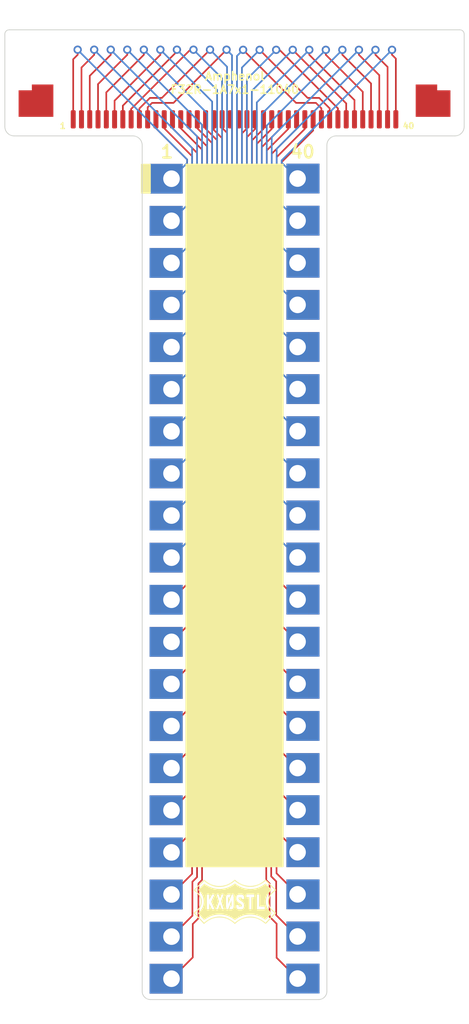
<source format=kicad_pcb>
(kicad_pcb (version 20241229) (generator "pcbnew") (generator_version "9.0")
  (layers (0 "F.Cu" signal) (2 "B.Cu" signal) (13 "F.Paste" user) (15 "B.Paste" user) (5 "F.SilkS" user "F.Silkscreen") (7 "B.SilkS" user "B.Silkscreen") (1 "F.Mask" user) (3 "B.Mask" user) (25 "Edge.Cuts" user))
  (net 0 "")
  (net 1 "Net-(J101-Pin_9)")
  (net 2 "Net-(J101-Pin_12)")
  (net 3 "Net-(J101-Pin_1)")
  (net 4 "Net-(J101-Pin_10)")
  (net 5 "Net-(J101-Pin_27)")
  (net 6 "Net-(J101-Pin_33)")
  (net 7 "Net-(J101-Pin_19)")
  (net 8 "Net-(J101-Pin_34)")
  (net 9 "Net-(J101-Pin_39)")
  (net 10 "Net-(J101-Pin_18)")
  (net 11 "Net-(J101-Pin_3)")
  (net 12 "Net-(J101-Pin_13)")
  (net 13 "Net-(J101-Pin_5)")
  (net 14 "Net-(J101-Pin_15)")
  (net 15 "Net-(J101-Pin_11)")
  (net 16 "Net-(J101-Pin_36)")
  (net 17 "Net-(J101-Pin_23)")
  (net 18 "Net-(J101-Pin_16)")
  (net 19 "Net-(J101-Pin_4)")
  (net 20 "Net-(J101-Pin_20)")
  (net 21 "Net-(J101-Pin_26)")
  (net 22 "Net-(J101-Pin_25)")
  (net 23 "Net-(J101-Pin_21)")
  (net 24 "Net-(J101-Pin_8)")
  (net 25 "Net-(J101-Pin_14)")
  (net 26 "Net-(J101-Pin_35)")
  (net 27 "Net-(J101-Pin_32)")
  (net 28 "Net-(J101-Pin_40)")
  (net 29 "Net-(J101-Pin_7)")
  (net 30 "Net-(J101-Pin_28)")
  (net 31 "Net-(J101-Pin_30)")
  (net 32 "Net-(J101-Pin_17)")
  (net 33 "Net-(J101-Pin_29)")
  (net 34 "Net-(J101-Pin_24)")
  (net 35 "Net-(J101-Pin_31)")
  (net 36 "Net-(J101-Pin_38)")
  (net 37 "Net-(J101-Pin_37)")
  (net 38 "Net-(J101-Pin_6)")
  (net 39 "Net-(J101-Pin_22)")
  (net 40 "Net-(J101-Pin_2)")
  (footprint "MountingHole:MountingHole_2.2mm_M2_DIN965" (layer "F.Cu") (at 122.682172 144.6)
    (property "Reference" "REF**" (hide yes))
    (property "Value" "MountingHole_2.2mm_M2_DIN965")
    (pad "" np_thru_hole circle (at 0 0) (size 2.2 2.2) (drill 2.2) (layers "*.Cu" "*.Mask"))
  )
  (footprint "Connector_PinHeader_2.54mm:PinHeader_1x20_P2.54mm_Vertical" (layer "F.Cu") (at 126.492343 145.53284 180)
    (property "Reference" "J102" (hide yes))
    (property "Value" "Conn_01x20" (hide yes))
    (pad "1" smd rect (at -1 0 180) (size 0.65 1.8) (layers "*.Mask" "F.Cu") (net 20 "Net-(J101-Pin_20)"))
    (pad "1" smd rect (at -1 0 180) (size 0.65 1.8) (layers "*.Mask" "B.Cu") (net 20 "Net-(J101-Pin_20)"))
    (pad "1" thru_hole rect (at 0 0 180) (size 1.35 1.8) (drill 1) (layers "*.Cu" "*.Mask") (net 20 "Net-(J101-Pin_20)"))
    (pad "2" smd rect (at -1 2.54 180) (size 0.65 1.8) (layers "*.Mask" "F.Cu") (net 7 "Net-(J101-Pin_19)"))
    (pad "2" smd rect (at -1 2.54 180) (size 0.65 1.8) (layers "*.Mask" "B.Cu") (net 7 "Net-(J101-Pin_19)"))
    (pad "2" thru_hole rect (at 0 2.54 180) (size 1.35 1.8) (drill 1) (layers "*.Cu" "*.Mask") (net 7 "Net-(J101-Pin_19)"))
    (pad "3" smd rect (at -1 5.079999 180) (size 0.65 1.8) (layers "*.Mask" "F.Cu") (net 10 "Net-(J101-Pin_18)"))
    (pad "3" smd rect (at -1 5.079999 180) (size 0.65 1.8) (layers "*.Mask" "B.Cu") (net 10 "Net-(J101-Pin_18)"))
    (pad "3" thru_hole rect (at 0 5.079999 180) (size 1.35 1.8) (drill 1) (layers "*.Cu" "*.Mask") (net 10 "Net-(J101-Pin_18)"))
    (pad "4" smd rect (at -1 7.62 180) (size 0.65 1.8) (layers "*.Mask" "F.Cu") (net 32 "Net-(J101-Pin_17)"))
    (pad "4" smd rect (at -1 7.62 180) (size 0.65 1.8) (layers "*.Mask" "B.Cu") (net 32 "Net-(J101-Pin_17)"))
    (pad "4" thru_hole rect (at 0 7.62 180) (size 1.35 1.8) (drill 1) (layers "*.Cu" "*.Mask") (net 32 "Net-(J101-Pin_17)"))
    (pad "5" smd rect (at -1 10.16 180) (size 0.65 1.8) (layers "*.Mask" "F.Cu") (net 18 "Net-(J101-Pin_16)"))
    (pad "5" smd rect (at -1 10.16 180) (size 0.65 1.8) (layers "*.Mask" "B.Cu") (net 18 "Net-(J101-Pin_16)"))
    (pad "5" thru_hole rect (at 0 10.16 180) (size 1.35 1.8) (drill 1) (layers "*.Cu" "*.Mask") (net 18 "Net-(J101-Pin_16)"))
    (pad "6" smd rect (at -1 12.7 180) (size 0.65 1.8) (layers "*.Mask" "F.Cu") (net 14 "Net-(J101-Pin_15)"))
    (pad "6" smd rect (at -1 12.7 180) (size 0.65 1.8) (layers "*.Mask" "B.Cu") (net 14 "Net-(J101-Pin_15)"))
    (pad "6" thru_hole rect (at 0 12.7 180) (size 1.35 1.8) (drill 1) (layers "*.Cu" "*.Mask") (net 14 "Net-(J101-Pin_15)"))
    (pad "7" smd rect (at -1 15.24 180) (size 0.65 1.8) (layers "*.Mask" "F.Cu") (net 25 "Net-(J101-Pin_14)"))
    (pad "7" smd rect (at -1 15.24 180) (size 0.65 1.8) (layers "*.Mask" "B.Cu") (net 25 "Net-(J101-Pin_14)"))
    (pad "7" thru_hole rect (at 0 15.24 180) (size 1.35 1.8) (drill 1) (layers "*.Cu" "*.Mask") (net 25 "Net-(J101-Pin_14)"))
    (pad "8" smd rect (at -1 17.780001 180) (size 0.65 1.8) (layers "*.Mask" "F.Cu") (net 12 "Net-(J101-Pin_13)"))
    (pad "8" smd rect (at -1 17.780001 180) (size 0.65 1.8) (layers "*.Mask" "B.Cu") (net 12 "Net-(J101-Pin_13)"))
    (pad "8" thru_hole rect (at 0 17.780001 180) (size 1.35 1.8) (drill 1) (layers "*.Cu" "*.Mask") (net 12 "Net-(J101-Pin_13)"))
    (pad "9" smd rect (at -1 20.32 180) (size 0.65 1.8) (layers "*.Mask" "F.Cu") (net 2 "Net-(J101-Pin_12)"))
    (pad "9" smd rect (at -1 20.32 180) (size 0.65 1.8) (layers "*.Mask" "B.Cu") (net 2 "Net-(J101-Pin_12)"))
    (pad "9" thru_hole rect (at 0 20.32 180) (size 1.35 1.8) (drill 1) (layers "*.Cu" "*.Mask") (net 2 "Net-(J101-Pin_12)"))
    (pad "10" smd rect (at -1 22.86 180) (size 0.65 1.8) (layers "*.Mask" "F.Cu") (net 15 "Net-(J101-Pin_11)"))
    (pad "10" smd rect (at -1 22.86 180) (size 0.65 1.8) (layers "*.Mask" "B.Cu") (net 15 "Net-(J101-Pin_11)"))
    (pad "10" thru_hole rect (at 0 22.86 180) (size 1.35 1.8) (drill 1) (layers "*.Cu" "*.Mask") (net 15 "Net-(J101-Pin_11)"))
    (pad "11" smd rect (at -1 25.4 180) (size 0.65 1.8) (layers "*.Mask" "F.Cu") (net 4 "Net-(J101-Pin_10)"))
    (pad "11" smd rect (at -1 25.4 180) (size 0.65 1.8) (layers "*.Mask" "B.Cu") (net 4 "Net-(J101-Pin_10)"))
    (pad "11" thru_hole rect (at 0 25.4 180) (size 1.35 1.8) (drill 1) (layers "*.Cu" "*.Mask") (net 4 "Net-(J101-Pin_10)"))
    (pad "12" smd rect (at -1 27.939999 180) (size 0.65 1.8) (layers "*.Mask" "F.Cu") (net 1 "Net-(J101-Pin_9)"))
    (pad "12" smd rect (at -1 27.939999 180) (size 0.65 1.8) (layers "*.Mask" "B.Cu") (net 1 "Net-(J101-Pin_9)"))
    (pad "12" thru_hole rect (at 0 27.939999 180) (size 1.35 1.8) (drill 1) (layers "*.Cu" "*.Mask") (net 1 "Net-(J101-Pin_9)"))
    (pad "13" smd rect (at -1 30.48 180) (size 0.65 1.8) (layers "*.Mask" "F.Cu") (net 24 "Net-(J101-Pin_8)"))
    (pad "13" smd rect (at -1 30.48 180) (size 0.65 1.8) (layers "*.Mask" "B.Cu") (net 24 "Net-(J101-Pin_8)"))
    (pad "13" thru_hole rect (at 0 30.48 180) (size 1.35 1.8) (drill 1) (layers "*.Cu" "*.Mask") (net 24 "Net-(J101-Pin_8)"))
    (pad "14" smd rect (at -1 33.02 180) (size 0.65 1.8) (layers "*.Mask" "F.Cu") (net 29 "Net-(J101-Pin_7)"))
    (pad "14" smd rect (at -1 33.02 180) (size 0.65 1.8) (layers "*.Mask" "B.Cu") (net 29 "Net-(J101-Pin_7)"))
    (pad "14" thru_hole rect (at 0 33.02 180) (size 1.35 1.8) (drill 1) (layers "*.Cu" "*.Mask") (net 29 "Net-(J101-Pin_7)"))
    (pad "15" smd rect (at -1 35.56 180) (size 0.65 1.8) (layers "*.Mask" "F.Cu") (net 38 "Net-(J101-Pin_6)"))
    (pad "15" smd rect (at -1 35.56 180) (size 0.65 1.8) (layers "*.Mask" "B.Cu") (net 38 "Net-(J101-Pin_6)"))
    (pad "15" thru_hole rect (at 0 35.56 180) (size 1.35 1.8) (drill 1) (layers "*.Cu" "*.Mask") (net 38 "Net-(J101-Pin_6)"))
    (pad "16" smd rect (at -1 38.099999 180) (size 0.65 1.8) (layers "*.Mask" "F.Cu") (net 13 "Net-(J101-Pin_5)"))
    (pad "16" smd rect (at -1 38.099999 180) (size 0.65 1.8) (layers "*.Mask" "B.Cu") (net 13 "Net-(J101-Pin_5)"))
    (pad "16" thru_hole rect (at 0 38.099999 180) (size 1.35 1.8) (drill 1) (layers "*.Cu" "*.Mask") (net 13 "Net-(J101-Pin_5)"))
    (pad "17" smd rect (at -1 40.640001 180) (size 0.65 1.8) (layers "*.Mask" "F.Cu") (net 19 "Net-(J101-Pin_4)"))
    (pad "17" smd rect (at -1 40.640001 180) (size 0.65 1.8) (layers "*.Mask" "B.Cu") (net 19 "Net-(J101-Pin_4)"))
    (pad "17" thru_hole rect (at 0 40.640001 180) (size 1.35 1.8) (drill 1) (layers "*.Cu" "*.Mask") (net 19 "Net-(J101-Pin_4)"))
    (pad "18" smd rect (at -1 43.18 180) (size 0.65 1.8) (layers "*.Mask" "F.Cu") (net 11 "Net-(J101-Pin_3)"))
    (pad "18" smd rect (at -1 43.18 180) (size 0.65 1.8) (layers "*.Mask" "B.Cu") (net 11 "Net-(J101-Pin_3)"))
    (pad "18" thru_hole rect (at 0 43.18 180) (size 1.35 1.8) (drill 1) (layers "*.Cu" "*.Mask") (net 11 "Net-(J101-Pin_3)"))
    (pad "19" smd rect (at -1 45.72 180) (size 0.65 1.8) (layers "*.Mask" "F.Cu") (net 40 "Net-(J101-Pin_2)"))
    (pad "19" smd rect (at -1 45.72 180) (size 0.65 1.8) (layers "*.Mask" "B.Cu") (net 40 "Net-(J101-Pin_2)"))
    (pad "19" thru_hole rect (at 0 45.72 180) (size 1.35 1.8) (drill 1) (layers "*.Cu" "*.Mask") (net 40 "Net-(J101-Pin_2)"))
    (pad "20" smd rect (at -1 48.26 180) (size 0.65 1.8) (layers "*.Mask" "F.Cu") (net 3 "Net-(J101-Pin_1)"))
    (pad "20" smd rect (at -1 48.26 180) (size 0.65 1.8) (layers "*.Mask" "B.Cu") (net 3 "Net-(J101-Pin_1)"))
    (pad "20" thru_hole rect (at 0 48.26 180) (size 1.35 1.8) (drill 1) (layers "*.Cu" "*.Mask") (net 3 "Net-(J101-Pin_1)"))
  )
  (footprint "Connector_FFC-FPC:Amphenol_F32R-1A7x1-11040_1x40-1MP_P0.5mm_Horizontal" (layer "F.Cu") (at 122.682 90.8 180)
    (property "Reference" "J101" (hide yes))
    (property "Value" "Conn_01x40")
    (pad "1" smd roundrect (at -9.75 -2.9 180) (size 0.3 1.1) (layers "F.Cu" "F.Mask" "F.Paste") (net 3 "Net-(J101-Pin_1)"))
    (pad "2" smd roundrect (at -9.25 -2.9 180) (size 0.3 1.1) (layers "F.Cu" "F.Mask" "F.Paste") (net 40 "Net-(J101-Pin_2)"))
    (pad "3" smd roundrect (at -8.75 -2.9 180) (size 0.3 1.1) (layers "F.Cu" "F.Mask" "F.Paste") (net 11 "Net-(J101-Pin_3)"))
    (pad "4" smd roundrect (at -8.25 -2.9 180) (size 0.3 1.1) (layers "F.Cu" "F.Mask" "F.Paste") (net 19 "Net-(J101-Pin_4)"))
    (pad "5" smd roundrect (at -7.75 -2.9 180) (size 0.3 1.1) (layers "F.Cu" "F.Mask" "F.Paste") (net 13 "Net-(J101-Pin_5)"))
    (pad "6" smd roundrect (at -7.25 -2.9 180) (size 0.3 1.1) (layers "F.Cu" "F.Mask" "F.Paste") (net 38 "Net-(J101-Pin_6)"))
    (pad "7" smd roundrect (at -6.75 -2.9 180) (size 0.3 1.1) (layers "F.Cu" "F.Mask" "F.Paste") (net 29 "Net-(J101-Pin_7)"))
    (pad "8" smd roundrect (at -6.25 -2.9 180) (size 0.3 1.1) (layers "F.Cu" "F.Mask" "F.Paste") (net 24 "Net-(J101-Pin_8)"))
    (pad "9" smd roundrect (at -5.75 -2.9 180) (size 0.3 1.1) (layers "F.Cu" "F.Mask" "F.Paste") (net 1 "Net-(J101-Pin_9)"))
    (pad "10" smd roundrect (at -5.25 -2.9 180) (size 0.3 1.1) (layers "F.Cu" "F.Mask" "F.Paste") (net 4 "Net-(J101-Pin_10)"))
    (pad "11" smd roundrect (at -4.75 -2.9 180) (size 0.3 1.1) (layers "F.Cu" "F.Mask" "F.Paste") (net 15 "Net-(J101-Pin_11)"))
    (pad "12" smd roundrect (at -4.25 -2.9 180) (size 0.3 1.1) (layers "F.Cu" "F.Mask" "F.Paste") (net 2 "Net-(J101-Pin_12)"))
    (pad "13" smd roundrect (at -3.75 -2.9 180) (size 0.3 1.1) (layers "F.Cu" "F.Mask" "F.Paste") (net 12 "Net-(J101-Pin_13)"))
    (pad "14" smd roundrect (at -3.25 -2.9 180) (size 0.3 1.1) (layers "F.Cu" "F.Mask" "F.Paste") (net 25 "Net-(J101-Pin_14)"))
    (pad "15" smd roundrect (at -2.75 -2.9 180) (size 0.3 1.1) (layers "F.Cu" "F.Mask" "F.Paste") (net 14 "Net-(J101-Pin_15)"))
    (pad "16" smd roundrect (at -2.25 -2.9 180) (size 0.3 1.1) (layers "F.Cu" "F.Mask" "F.Paste") (net 18 "Net-(J101-Pin_16)"))
    (pad "17" smd roundrect (at -1.75 -2.9 180) (size 0.3 1.1) (layers "F.Cu" "F.Mask" "F.Paste") (net 32 "Net-(J101-Pin_17)"))
    (pad "18" smd roundrect (at -1.25 -2.9 180) (size 0.3 1.1) (layers "F.Cu" "F.Mask" "F.Paste") (net 10 "Net-(J101-Pin_18)"))
    (pad "19" smd roundrect (at -0.75 -2.9 180) (size 0.3 1.1) (layers "F.Cu" "F.Mask" "F.Paste") (net 7 "Net-(J101-Pin_19)"))
    (pad "20" smd roundrect (at -0.25 -2.9 180) (size 0.3 1.1) (layers "F.Cu" "F.Mask" "F.Paste") (net 20 "Net-(J101-Pin_20)"))
    (pad "21" smd roundrect (at 0.25 -2.9 180) (size 0.3 1.1) (layers "F.Cu" "F.Mask" "F.Paste") (net 23 "Net-(J101-Pin_21)"))
    (pad "22" smd roundrect (at 0.75 -2.9 180) (size 0.3 1.1) (layers "F.Cu" "F.Mask" "F.Paste") (net 39 "Net-(J101-Pin_22)"))
    (pad "23" smd roundrect (at 1.25 -2.9 180) (size 0.3 1.1) (layers "F.Cu" "F.Mask" "F.Paste") (net 17 "Net-(J101-Pin_23)"))
    (pad "24" smd roundrect (at 1.75 -2.9 180) (size 0.3 1.1) (layers "F.Cu" "F.Mask" "F.Paste") (net 34 "Net-(J101-Pin_24)"))
    (pad "25" smd roundrect (at 2.25 -2.9 180) (size 0.3 1.1) (layers "F.Cu" "F.Mask" "F.Paste") (net 22 "Net-(J101-Pin_25)"))
    (pad "26" smd roundrect (at 2.75 -2.9 180) (size 0.3 1.1) (layers "F.Cu" "F.Mask" "F.Paste") (net 21 "Net-(J101-Pin_26)"))
    (pad "27" smd roundrect (at 3.25 -2.9 180) (size 0.3 1.1) (layers "F.Cu" "F.Mask" "F.Paste") (net 5 "Net-(J101-Pin_27)"))
    (pad "28" smd roundrect (at 3.75 -2.9 180) (size 0.3 1.1) (layers "F.Cu" "F.Mask" "F.Paste") (net 30 "Net-(J101-Pin_28)"))
    (pad "29" smd roundrect (at 4.25 -2.9 180) (size 0.3 1.1) (layers "F.Cu" "F.Mask" "F.Paste") (net 33 "Net-(J101-Pin_29)"))
    (pad "30" smd roundrect (at 4.75 -2.9 180) (size 0.3 1.1) (layers "F.Cu" "F.Mask" "F.Paste") (net 31 "Net-(J101-Pin_30)"))
    (pad "31" smd roundrect (at 5.25 -2.9 180) (size 0.3 1.1) (layers "F.Cu" "F.Mask" "F.Paste") (net 35 "Net-(J101-Pin_31)"))
    (pad "32" smd roundrect (at 5.75 -2.9 180) (size 0.3 1.1) (layers "F.Cu" "F.Mask" "F.Paste") (net 27 "Net-(J101-Pin_32)"))
    (pad "33" smd roundrect (at 6.25 -2.9 180) (size 0.3 1.1) (layers "F.Cu" "F.Mask" "F.Paste") (net 6 "Net-(J101-Pin_33)"))
    (pad "34" smd roundrect (at 6.75 -2.9 180) (size 0.3 1.1) (layers "F.Cu" "F.Mask" "F.Paste") (net 8 "Net-(J101-Pin_34)"))
    (pad "35" smd roundrect (at 7.25 -2.9 180) (size 0.3 1.1) (layers "F.Cu" "F.Mask" "F.Paste") (net 26 "Net-(J101-Pin_35)"))
    (pad "36" smd roundrect (at 7.75 -2.9 180) (size 0.3 1.1) (layers "F.Cu" "F.Mask" "F.Paste") (net 16 "Net-(J101-Pin_36)"))
    (pad "37" smd roundrect (at 8.25 -2.9 180) (size 0.3 1.1) (layers "F.Cu" "F.Mask" "F.Paste") (net 37 "Net-(J101-Pin_37)"))
    (pad "38" smd roundrect (at 8.75 -2.9 180) (size 0.3 1.1) (layers "F.Cu" "F.Mask" "F.Paste") (net 36 "Net-(J101-Pin_38)"))
    (pad "39" smd roundrect (at 9.25 -2.9 180) (size 0.3 1.1) (layers "F.Cu" "F.Mask" "F.Paste") (net 9 "Net-(J101-Pin_39)"))
    (pad "40" smd roundrect (at 9.75 -2.9 180) (size 0.3 1.1) (layers "F.Cu" "F.Mask" "F.Paste") (net 28 "Net-(J101-Pin_40)"))
    (pad "MP" smd custom (at -12 -1.775 180) (size 1 1) (layers "F.Cu" "F.Mask" "F.Paste") (options (clearance outline) (anchor circle)) (primitives (gr_poly (pts (xy 1.05 -0.975) (xy 1.05 0.975) (xy -0.25 0.975) (xy -0.25 0.625) (xy -1.05 0.625) (xy -1.05 -0.975)) (width 0) (fill yes))))
    (pad "MP" smd custom (at 12 -1.775 180) (size 1 1) (layers "F.Cu" "F.Mask" "F.Paste") (options (clearance outline) (anchor circle)) (primitives (gr_poly (pts (xy -1.05 -0.975) (xy -1.05 0.975) (xy 0.25 0.975) (xy 0.25 0.625) (xy 1.05 0.625) (xy 1.05 -0.975)) (width 0) (fill yes))))
  )
  (footprint "Connector_PinHeader_2.54mm:PinHeader_1x20_P2.54mm_Vertical" (layer "F.Cu") (at 118.872 97.282)
    (property "Reference" "J103" (hide yes))
    (property "Value" "Conn_01x20" (hide yes))
    (pad "1" smd rect (at -1 0) (size 0.65 1.8) (layers "*.Mask" "F.Cu") (net 28 "Net-(J101-Pin_40)"))
    (pad "1" smd rect (at -1 0) (size 0.65 1.8) (layers "*.Mask" "B.Cu") (net 28 "Net-(J101-Pin_40)"))
    (pad "1" thru_hole rect (at 0 0) (size 1.35 1.8) (drill 1) (layers "*.Cu" "*.Mask") (net 28 "Net-(J101-Pin_40)"))
    (pad "2" smd rect (at -1 2.54) (size 0.65 1.8) (layers "*.Mask" "F.Cu") (net 9 "Net-(J101-Pin_39)"))
    (pad "2" smd rect (at -1 2.54) (size 0.65 1.8) (layers "*.Mask" "B.Cu") (net 9 "Net-(J101-Pin_39)"))
    (pad "2" thru_hole rect (at 0 2.54) (size 1.35 1.8) (drill 1) (layers "*.Cu" "*.Mask") (net 9 "Net-(J101-Pin_39)"))
    (pad "3" smd rect (at -1 5.079999) (size 0.65 1.8) (layers "*.Mask" "F.Cu") (net 36 "Net-(J101-Pin_38)"))
    (pad "3" smd rect (at -1 5.079999) (size 0.65 1.8) (layers "*.Mask" "B.Cu") (net 36 "Net-(J101-Pin_38)"))
    (pad "3" thru_hole rect (at 0 5.079999) (size 1.35 1.8) (drill 1) (layers "*.Cu" "*.Mask") (net 36 "Net-(J101-Pin_38)"))
    (pad "4" smd rect (at -1 7.62) (size 0.65 1.8) (layers "*.Mask" "F.Cu") (net 37 "Net-(J101-Pin_37)"))
    (pad "4" smd rect (at -1 7.62) (size 0.65 1.8) (layers "*.Mask" "B.Cu") (net 37 "Net-(J101-Pin_37)"))
    (pad "4" thru_hole rect (at 0 7.62) (size 1.35 1.8) (drill 1) (layers "*.Cu" "*.Mask") (net 37 "Net-(J101-Pin_37)"))
    (pad "5" smd rect (at -1 10.16) (size 0.65 1.8) (layers "*.Mask" "F.Cu") (net 16 "Net-(J101-Pin_36)"))
    (pad "5" smd rect (at -1 10.16) (size 0.65 1.8) (layers "*.Mask" "B.Cu") (net 16 "Net-(J101-Pin_36)"))
    (pad "5" thru_hole rect (at 0 10.16) (size 1.35 1.8) (drill 1) (layers "*.Cu" "*.Mask") (net 16 "Net-(J101-Pin_36)"))
    (pad "6" smd rect (at -1 12.7) (size 0.65 1.8) (layers "*.Mask" "F.Cu") (net 26 "Net-(J101-Pin_35)"))
    (pad "6" smd rect (at -1 12.7) (size 0.65 1.8) (layers "*.Mask" "B.Cu") (net 26 "Net-(J101-Pin_35)"))
    (pad "6" thru_hole rect (at 0 12.7) (size 1.35 1.8) (drill 1) (layers "*.Cu" "*.Mask") (net 26 "Net-(J101-Pin_35)"))
    (pad "7" smd rect (at -1 15.24) (size 0.65 1.8) (layers "*.Mask" "F.Cu") (net 8 "Net-(J101-Pin_34)"))
    (pad "7" smd rect (at -1 15.24) (size 0.65 1.8) (layers "*.Mask" "B.Cu") (net 8 "Net-(J101-Pin_34)"))
    (pad "7" thru_hole rect (at 0 15.24) (size 1.35 1.8) (drill 1) (layers "*.Cu" "*.Mask") (net 8 "Net-(J101-Pin_34)"))
    (pad "8" smd rect (at -1 17.780001) (size 0.65 1.8) (layers "*.Mask" "F.Cu") (net 6 "Net-(J101-Pin_33)"))
    (pad "8" smd rect (at -1 17.780001) (size 0.65 1.8) (layers "*.Mask" "B.Cu") (net 6 "Net-(J101-Pin_33)"))
    (pad "8" thru_hole rect (at 0 17.780001) (size 1.35 1.8) (drill 1) (layers "*.Cu" "*.Mask") (net 6 "Net-(J101-Pin_33)"))
    (pad "9" smd rect (at -1 20.32) (size 0.65 1.8) (layers "*.Mask" "F.Cu") (net 27 "Net-(J101-Pin_32)"))
    (pad "9" smd rect (at -1 20.32) (size 0.65 1.8) (layers "*.Mask" "B.Cu") (net 27 "Net-(J101-Pin_32)"))
    (pad "9" thru_hole rect (at 0 20.32) (size 1.35 1.8) (drill 1) (layers "*.Cu" "*.Mask") (net 27 "Net-(J101-Pin_32)"))
    (pad "10" smd rect (at -1 22.86) (size 0.65 1.8) (layers "*.Mask" "F.Cu") (net 35 "Net-(J101-Pin_31)"))
    (pad "10" smd rect (at -1 22.86) (size 0.65 1.8) (layers "*.Mask" "B.Cu") (net 35 "Net-(J101-Pin_31)"))
    (pad "10" thru_hole rect (at 0 22.86) (size 1.35 1.8) (drill 1) (layers "*.Cu" "*.Mask") (net 35 "Net-(J101-Pin_31)"))
    (pad "11" smd rect (at -1 25.4) (size 0.65 1.8) (layers "*.Mask" "F.Cu") (net 31 "Net-(J101-Pin_30)"))
    (pad "11" smd rect (at -1 25.4) (size 0.65 1.8) (layers "*.Mask" "B.Cu") (net 31 "Net-(J101-Pin_30)"))
    (pad "11" thru_hole rect (at 0 25.4) (size 1.35 1.8) (drill 1) (layers "*.Cu" "*.Mask") (net 31 "Net-(J101-Pin_30)"))
    (pad "12" smd rect (at -1 27.939999) (size 0.65 1.8) (layers "*.Mask" "F.Cu") (net 33 "Net-(J101-Pin_29)"))
    (pad "12" smd rect (at -1 27.939999) (size 0.65 1.8) (layers "*.Mask" "B.Cu") (net 33 "Net-(J101-Pin_29)"))
    (pad "12" thru_hole rect (at 0 27.939999) (size 1.35 1.8) (drill 1) (layers "*.Cu" "*.Mask") (net 33 "Net-(J101-Pin_29)"))
    (pad "13" smd rect (at -1 30.48) (size 0.65 1.8) (layers "*.Mask" "F.Cu") (net 30 "Net-(J101-Pin_28)"))
    (pad "13" smd rect (at -1 30.48) (size 0.65 1.8) (layers "*.Mask" "B.Cu") (net 30 "Net-(J101-Pin_28)"))
    (pad "13" thru_hole rect (at 0 30.48) (size 1.35 1.8) (drill 1) (layers "*.Cu" "*.Mask") (net 30 "Net-(J101-Pin_28)"))
    (pad "14" smd rect (at -1 33.02) (size 0.65 1.8) (layers "*.Mask" "F.Cu") (net 5 "Net-(J101-Pin_27)"))
    (pad "14" smd rect (at -1 33.02) (size 0.65 1.8) (layers "*.Mask" "B.Cu") (net 5 "Net-(J101-Pin_27)"))
    (pad "14" thru_hole rect (at 0 33.02) (size 1.35 1.8) (drill 1) (layers "*.Cu" "*.Mask") (net 5 "Net-(J101-Pin_27)"))
    (pad "15" smd rect (at -1 35.56) (size 0.65 1.8) (layers "*.Mask" "F.Cu") (net 21 "Net-(J101-Pin_26)"))
    (pad "15" smd rect (at -1 35.56) (size 0.65 1.8) (layers "*.Mask" "B.Cu") (net 21 "Net-(J101-Pin_26)"))
    (pad "15" thru_hole rect (at 0 35.56) (size 1.35 1.8) (drill 1) (layers "*.Cu" "*.Mask") (net 21 "Net-(J101-Pin_26)"))
    (pad "16" smd rect (at -1 38.099999) (size 0.65 1.8) (layers "*.Mask" "F.Cu") (net 22 "Net-(J101-Pin_25)"))
    (pad "16" smd rect (at -1 38.099999) (size 0.65 1.8) (layers "*.Mask" "B.Cu") (net 22 "Net-(J101-Pin_25)"))
    (pad "16" thru_hole rect (at 0 38.099999) (size 1.35 1.8) (drill 1) (layers "*.Cu" "*.Mask") (net 22 "Net-(J101-Pin_25)"))
    (pad "17" smd rect (at -1 40.640001) (size 0.65 1.8) (layers "*.Mask" "F.Cu") (net 34 "Net-(J101-Pin_24)"))
    (pad "17" smd rect (at -1 40.640001) (size 0.65 1.8) (layers "*.Mask" "B.Cu") (net 34 "Net-(J101-Pin_24)"))
    (pad "17" thru_hole rect (at 0 40.640001) (size 1.35 1.8) (drill 1) (layers "*.Cu" "*.Mask") (net 34 "Net-(J101-Pin_24)"))
    (pad "18" smd rect (at -1 43.18) (size 0.65 1.8) (layers "*.Mask" "F.Cu") (net 17 "Net-(J101-Pin_23)"))
    (pad "18" smd rect (at -1 43.18) (size 0.65 1.8) (layers "*.Mask" "B.Cu") (net 17 "Net-(J101-Pin_23)"))
    (pad "18" thru_hole rect (at 0 43.18) (size 1.35 1.8) (drill 1) (layers "*.Cu" "*.Mask") (net 17 "Net-(J101-Pin_23)"))
    (pad "19" smd rect (at -1 45.72) (size 0.65 1.8) (layers "*.Mask" "F.Cu") (net 39 "Net-(J101-Pin_22)"))
    (pad "19" smd rect (at -1 45.72) (size 0.65 1.8) (layers "*.Mask" "B.Cu") (net 39 "Net-(J101-Pin_22)"))
    (pad "19" thru_hole rect (at 0 45.72) (size 1.35 1.8) (drill 1) (layers "*.Cu" "*.Mask") (net 39 "Net-(J101-Pin_22)"))
    (pad "20" smd rect (at -1 48.26) (size 0.65 1.8) (layers "*.Mask" "F.Cu") (net 23 "Net-(J101-Pin_21)"))
    (pad "20" smd rect (at -1 48.26) (size 0.65 1.8) (layers "*.Mask" "B.Cu") (net 23 "Net-(J101-Pin_21)"))
    (pad "20" thru_hole rect (at 0 48.26) (size 1.35 1.8) (drill 1) (layers "*.Cu" "*.Mask") (net 23 "Net-(J101-Pin_21)"))
  )
  (footprint "libraries:Logo_5mm_inv" (layer "F.Cu") (at 122.7 140.9)
    (property "Reference" "G***" (hide yes))
    (property "Value" "LOGO" (hide yes))
  )
  (gr_rect (start 119.76672 96.424948) (end 125.59696 138.767195) (stroke (width 0.1)) (fill yes) (layer "F.SilkS"))
  (gr_arc (start 128.264217 146.3) (mid 128.11777 146.653553) (end 127.764217 146.8) (stroke (width 0.05)) (layer "Edge.Cuts"))
  (gr_line (start 128.825817 94.7) (end 136 94.7) (stroke (width 0.05)) (layer "Edge.Cuts"))
  (gr_arc (start 109.3616 94.7) (mid 108.964489 94.535511) (end 108.8 94.1384) (stroke (width 0.05)) (layer "Edge.Cuts"))
  (gr_line (start 109.3616 94.7) (end 116.5384 94.7) (stroke (width 0.05)) (layer "Edge.Cuts"))
  (gr_arc (start 136.3 88.3) (mid 136.484979 88.376621) (end 136.5616 88.5616) (stroke (width 0.05)) (layer "Edge.Cuts"))
  (gr_arc (start 136.5616 94.1384) (mid 136.397111 94.535511) (end 136 94.7) (stroke (width 0.05)) (layer "Edge.Cuts"))
  (gr_line (start 108.8 88.5616) (end 108.8 94.1384) (stroke (width 0.05)) (layer "Edge.Cuts"))
  (gr_line (start 117.6 146.8) (end 127.764217 146.8) (stroke (width 0.05)) (layer "Edge.Cuts"))
  (gr_line (start 109.0616 88.3) (end 136.3 88.3) (stroke (width 0.05)) (layer "Edge.Cuts"))
  (gr_arc (start 117.6 146.8) (mid 117.246447 146.653553) (end 117.1 146.3) (stroke (width 0.05)) (layer "Edge.Cuts"))
  (gr_arc (start 108.8 88.5616) (mid 108.876621 88.376621) (end 109.0616 88.3) (stroke (width 0.05)) (layer "Edge.Cuts"))
  (gr_line (start 117.1 95.2616) (end 117.1 146.3) (stroke (width 0.05)) (layer "Edge.Cuts"))
  (gr_line (start 136.5616 94.1384) (end 136.5616 88.5616) (stroke (width 0.05)) (layer "Edge.Cuts"))
  (gr_line (start 128.264217 146.3) (end 128.264217 95.2616) (stroke (width 0.05)) (layer "Edge.Cuts"))
  (gr_arc (start 128.264217 95.2616) (mid 128.428706 94.864489) (end 128.825817 94.7) (stroke (width 0.05)) (layer "Edge.Cuts"))
  (gr_arc (start 116.5384 94.7) (mid 116.935511 94.864489) (end 117.1 95.2616) (stroke (width 0.05)) (layer "Edge.Cuts"))
  (gr_text "1" (at 118.6 96.1 0) (layer "F.SilkS") (effects (font (size 0.75 0.75) (thickness 0.15) (bold yes)) (justify bottom)))
  (gr_text "1" (at 112.3 94.3 0) (layer "F.SilkS") (effects (font (size 0.35 0.35) (thickness 0.0875) (bold yes)) (justify bottom)))
  (gr_text "40" (at 126.8 96.1 0) (layer "F.SilkS") (effects (font (size 0.75 0.75) (thickness 0.15) (bold yes)) (justify bottom)))
  (gr_text "40" (at 133.2 94.3 0) (layer "F.SilkS") (effects (font (size 0.35 0.35) (thickness 0.0875) (bold yes)) (justify bottom)))
  (gr_text "Amphenol\nF32R-1A7x1-11040" (at 122.7 91.5 -0) (layer "F.SilkS") (effects (font (size 0.5 0.5) (thickness 0.1) (bold yes))))
  (segment (start 128.432 93.04) (end 128.432 93.7) (width 0.1) (layer "F.Cu") (net 1))
  (segment (start 127.1 92.408) (end 127.8 92.408) (width 0.1) (layer "F.Cu") (net 1))
  (segment (start 124.2 89.508) (end 127.1 92.408) (width 0.1) (layer "F.Cu") (net 1))
  (segment (start 127.8 92.408) (end 128.432 93.04) (width 0.1) (layer "F.Cu") (net 1))
  (via (at 124.2 89.508) (size 0.5) (drill 0.3) (layers "F.Cu" "B.Cu") (net 1))
  (segment (start 123.129064 114.229562) (end 123.129064 90.578936) (width 0.1) (layer "B.Cu") (net 1))
  (segment (start 123.129064 114.229562) (end 126.492343 117.592841) (width 0.1) (layer "B.Cu") (net 1))
  (segment (start 124.2 89.508) (end 123.129064 90.578936) (width 0.1) (layer "B.Cu") (net 1))
  (segment (start 125.230572 123.951069) (end 126.492343 125.21284) (width 0.1) (layer "F.Cu") (net 2))
  (segment (start 126.932 93.7) (end 126.932 94.276) (width 0.1) (layer "F.Cu") (net 2))
  (segment (start 126.932 94.276) (end 125.230572 95.977428) (width 0.1) (layer "F.Cu") (net 2))
  (segment (start 125.230572 95.977428) (end 125.230572 123.951069) (width 0.1) (layer "F.Cu") (net 2))
  (segment (start 132.432 93.7) (end 132.432 90.04) (width 0.1) (layer "F.Cu") (net 3))
  (segment (start 132.2 89.808) (end 132.2 89.508) (width 0.1) (layer "F.Cu") (net 3))
  (segment (start 132.432 90.04) (end 132.2 89.808) (width 0.1) (layer "F.Cu") (net 3))
  (via (at 132.2 89.508) (size 0.5) (drill 0.3) (layers "F.Cu" "B.Cu") (net 3))
  (segment (start 125.529064 96.309561) (end 126.492343 97.27284) (width 0.1) (layer "B.Cu") (net 3))
  (segment (start 125.529064 96.178936) (end 125.529064 96.309561) (width 0.1) (layer "B.Cu") (net 3))
  (segment (start 132.2 89.508) (end 125.529064 96.178936) (width 0.1) (layer "B.Cu") (net 3))
  (segment (start 127.932 93.7) (end 127.932 93.04) (width 0.1) (layer "F.Cu") (net 4))
  (segment (start 126.4 92.708) (end 123.2 89.508) (width 0.1) (layer "F.Cu") (net 4))
  (segment (start 127.6 92.708) (end 126.4 92.708) (width 0.1) (layer "F.Cu") (net 4))
  (segment (start 127.932 93.04) (end 127.6 92.708) (width 0.1) (layer "F.Cu") (net 4))
  (via (at 123.2 89.508) (size 0.5) (drill 0.3) (layers "F.Cu" "B.Cu") (net 4))
  (segment (start 123.2 89.508) (end 122.829064 89.878936) (width 0.1) (layer "B.Cu") (net 4))
  (segment (start 122.829064 116.469561) (end 126.492343 120.13284) (width 0.1) (layer "B.Cu") (net 4))
  (segment (start 122.829064 89.878936) (end 122.829064 116.469561) (width 0.1) (layer "B.Cu") (net 4))
  (segment (start 120.717699 95.525699) (end 120.717699 128.456301) (width 0.1) (layer "F.Cu") (net 5))
  (segment (start 119.432 94.24) (end 120.717699 95.525699) (width 0.1) (layer "F.Cu") (net 5))
  (segment (start 120.717699 128.456301) (end 118.872 130.302) (width 0.1) (layer "F.Cu") (net 5))
  (segment (start 119.432 93.7) (end 119.432 94.24) (width 0.1) (layer "F.Cu") (net 5))
  (segment (start 116.432 93.7) (end 116.432 93.076) (width 0.1) (layer "F.Cu") (net 6))
  (segment (start 116.432 93.076) (end 120.1 89.408) (width 0.1) (layer "F.Cu") (net 6))
  (via (at 120.2 89.5) (size 0.5) (drill 0.3) (layers "F.Cu" "B.Cu") (net 6))
  (segment (start 121.929064 91.229064) (end 121.929064 112.004937) (width 0.1) (layer "B.Cu") (net 6))
  (segment (start 120.2 89.5) (end 121.929064 91.229064) (width 0.1) (layer "B.Cu") (net 6))
  (segment (start 121.929064 112.004937) (end 118.872 115.062001) (width 0.1) (layer "B.Cu") (net 6))
  (segment (start 125.2 139.669428) (end 124.9 139.369428) (width 0.1) (layer "F.Cu") (net 7))
  (segment (start 125.2 141.709998) (end 125.2 139.669428) (width 0.1) (layer "F.Cu") (net 7))
  (segment (start 124.9 137.2) (end 123.130572 135.430572) (width 0.1) (layer "F.Cu") (net 7))
  (segment (start 123.130572 135.430572) (end 123.130572 94.548611) (width 0.1) (layer "F.Cu") (net 7))
  (segment (start 124.9 139.369428) (end 124.9 137.2) (width 0.1) (layer "F.Cu") (net 7))
  (segment (start 123.130572 94.548611) (end 123.432 94.247183) (width 0.1) (layer "F.Cu") (net 7))
  (segment (start 126.492 143.001999) (end 125.2 141.709998) (width 0.1) (layer "F.Cu") (net 7))
  (segment (start 123.432 94.247183) (end 123.432 93.7) (width 0.1) (layer "F.Cu") (net 7))
  (segment (start 119.2 89.608) (end 119.2 89.5) (width 0.1) (layer "F.Cu") (net 8))
  (segment (start 115.932 92.876) (end 119.2 89.608) (width 0.1) (layer "F.Cu") (net 8))
  (segment (start 115.932 93.7) (end 115.932 92.876) (width 0.1) (layer "F.Cu") (net 8))
  (via (at 119.2 89.5) (size 0.5) (drill 0.3) (layers "F.Cu" "B.Cu") (net 8))
  (segment (start 119.2 89.5) (end 121.629064 91.929064) (width 0.1) (layer "B.Cu") (net 8))
  (segment (start 121.629064 91.929064) (end 121.629064 109.764936) (width 0.1) (layer "B.Cu") (net 8))
  (segment (start 121.629064 109.764936) (end 118.872 112.522) (width 0.1) (layer "B.Cu") (net 8))
  (segment (start 114.2 89.808) (end 113.432 90.576) (width 0.1) (layer "F.Cu") (net 9))
  (segment (start 114.2 89.5) (end 114.2 89.808) (width 0.1) (layer "F.Cu") (net 9))
  (segment (start 113.432 90.576) (end 113.432 93.7) (width 0.1) (layer "F.Cu") (net 9))
  (via (at 114.2 89.5) (size 0.5) (drill 0.3) (layers "F.Cu" "B.Cu") (net 9))
  (segment (start 114.2 89.508) (end 120.11629 95.42429) (width 0.1) (layer "B.Cu") (net 9))
  (segment (start 120.11629 95.42429) (end 120.11629 98.57771) (width 0.1) (layer "B.Cu") (net 9))
  (segment (start 114.2 89.5) (end 114.2 89.508) (width 0.1) (layer "B.Cu") (net 9))
  (segment (start 120.11629 98.57771) (end 118.872 99.822) (width 0.1) (layer "B.Cu") (net 9))
  (segment (start 123.430572 94.777428) (end 123.932 94.276) (width 0.1) (layer "F.Cu") (net 10))
  (segment (start 123.430572 135.275334) (end 123.430572 94.777428) (width 0.1) (layer "F.Cu") (net 10))
  (segment (start 125.219751 139.180249) (end 125.219751 137.064513) (width 0.1) (layer "F.Cu") (net 10))
  (segment (start 123.932 94.276) (end 123.932 93.7) (width 0.1) (layer "F.Cu") (net 10))
  (segment (start 125.219751 137.064513) (end 123.430572 135.275334) (width 0.1) (layer "F.Cu") (net 10))
  (segment (start 126.492343 140.452841) (end 125.219751 139.180249) (width 0.1) (layer "F.Cu") (net 10))
  (segment (start 131.432 93.7) (end 131.432 91.04) (width 0.1) (layer "F.Cu") (net 11))
  (segment (start 130.2 89.808) (end 130.2 89.508) (width 0.1) (layer "F.Cu") (net 11))
  (segment (start 131.432 91.04) (end 130.2 89.808) (width 0.1) (layer "F.Cu") (net 11))
  (via (at 130.2 89.508) (size 0.5) (drill 0.3) (layers "F.Cu" "B.Cu") (net 11))
  (segment (start 124.929064 100.789561) (end 126.492343 102.35284) (width 0.1) (layer "B.Cu") (net 11))
  (segment (start 124.929064 100.789561) (end 124.929064 94.778936) (width 0.1) (layer "B.Cu") (net 11))
  (segment (start 130.2 89.508) (end 124.929064 94.778936) (width 0.1) (layer "B.Cu") (net 11))
  (segment (start 126.432 94.276) (end 124.930572 95.777428) (width 0.1) (layer "F.Cu") (net 12))
  (segment (start 126.432 93.7) (end 126.432 94.276) (width 0.1) (layer "F.Cu") (net 12))
  (segment (start 124.930572 126.191068) (end 124.930572 95.777428) (width 0.1) (layer "F.Cu") (net 12))
  (segment (start 124.930572 126.191068) (end 126.492343 127.752839) (width 0.1) (layer "F.Cu") (net 12))
  (segment (start 128.2 89.808) (end 128.2 89.508) (width 0.1) (layer "F.Cu") (net 13))
  (segment (start 130.432 92.04) (end 128.2 89.808) (width 0.1) (layer "F.Cu") (net 13))
  (segment (start 130.432 93.7) (end 130.432 92.04) (width 0.1) (layer "F.Cu") (net 13))
  (via (at 128.2 89.508) (size 0.5) (drill 0.3) (layers "F.Cu" "B.Cu") (net 13))
  (segment (start 124.329064 105.269562) (end 124.329064 93.378936) (width 0.1) (layer "B.Cu") (net 13))
  (segment (start 128.2 89.508) (end 124.329064 93.378936) (width 0.1) (layer "B.Cu") (net 13))
  (segment (start 124.329064 105.269562) (end 126.492343 107.432841) (width 0.1) (layer "B.Cu") (net 13))
  (segment (start 124.330572 130.671069) (end 126.492343 132.83284) (width 0.1) (layer "F.Cu") (net 14))
  (segment (start 125.432 94.276) (end 124.330572 95.377428) (width 0.1) (layer "F.Cu") (net 14))
  (segment (start 125.432 93.7) (end 125.432 94.276) (width 0.1) (layer "F.Cu") (net 14))
  (segment (start 124.330572 130.671069) (end 124.330572 95.377428) (width 0.1) (layer "F.Cu") (net 14))
  (segment (start 127.432 93.7) (end 127.432 94.376) (width 0.1) (layer "F.Cu") (net 15))
  (segment (start 125.530572 96.277428) (end 125.530572 121.711069) (width 0.1) (layer "F.Cu") (net 15))
  (segment (start 127.432 94.376) (end 125.530572 96.277428) (width 0.1) (layer "F.Cu") (net 15))
  (segment (start 125.530572 121.711069) (end 126.492343 122.67284) (width 0.1) (layer "F.Cu") (net 15))
  (segment (start 114.932 92.076) (end 114.932 93.7) (width 0.1) (layer "F.Cu") (net 16))
  (segment (start 117.2 89.5) (end 117.2 89.808) (width 0.1) (layer "F.Cu") (net 16))
  (segment (start 117.2 89.808) (end 114.932 92.076) (width 0.1) (layer "F.Cu") (net 16))
  (via (at 117.2 89.5) (size 0.5) (drill 0.3) (layers "F.Cu" "B.Cu") (net 16))
  (segment (start 117.2 89.5) (end 117.2 89.508) (width 0.1) (layer "B.Cu") (net 16))
  (segment (start 121.029064 105.284936) (end 118.872 107.442) (width 0.1) (layer "B.Cu") (net 16))
  (segment (start 117.2 89.508) (end 121.029064 93.337064) (width 0.1) (layer "B.Cu") (net 16))
  (segment (start 121.029064 93.337064) (end 121.029064 105.284936) (width 0.1) (layer "B.Cu") (net 16))
  (segment (start 121.432 94.34) (end 121.92604 94.83404) (width 0.1) (layer "F.Cu") (net 17))
  (segment (start 120.117 137.10904) (end 121.92604 135.3) (width 0.1) (layer "F.Cu") (net 17))
  (segment (start 121.92604 94.83404) (end 121.92604 135.3) (width 0.1) (layer "F.Cu") (net 17))
  (segment (start 120.117 139.217) (end 120.117 137.10904) (width 0.1) (layer "F.Cu") (net 17))
  (segment (start 121.432 93.7) (end 121.432 94.34) (width 0.1) (layer "F.Cu") (net 17))
  (segment (start 120.117 139.217) (end 118.872 140.462) (width 0.1) (layer "F.Cu") (net 17))
  (segment (start 124.932 94.276) (end 124.030572 95.177428) (width 0.1) (layer "F.Cu") (net 18))
  (segment (start 124.030572 132.911069) (end 126.492343 135.37284) (width 0.1) (layer "F.Cu") (net 18))
  (segment (start 124.030572 95.177428) (end 124.030572 132.911069) (width 0.1) (layer "F.Cu") (net 18))
  (segment (start 124.932 93.7) (end 124.932 94.276) (width 0.1) (layer "F.Cu") (net 18))
  (segment (start 130.932 93.7) (end 130.932 91.54) (width 0.1) (layer "F.Cu") (net 19))
  (segment (start 129.2 89.808) (end 129.2 89.508) (width 0.1) (layer "F.Cu") (net 19))
  (segment (start 130.932 91.54) (end 129.2 89.808) (width 0.1) (layer "F.Cu") (net 19))
  (via (at 129.2 89.508) (size 0.5) (drill 0.3) (layers "F.Cu" "B.Cu") (net 19))
  (segment (start 124.629064 103.02956) (end 126.492343 104.892839) (width 0.1) (layer "B.Cu") (net 19))
  (segment (start 129.2 89.508) (end 124.629064 94.078936) (width 0.1) (layer "B.Cu") (net 19))
  (segment (start 124.629064 94.078936) (end 124.629064 103.02956) (width 0.1) (layer "B.Cu") (net 19))
  (segment (start 126.492 145.541999) (end 125.225001 144.274999) (width 0.1) (layer "F.Cu") (net 20))
  (segment (start 122.830264 135.554528) (end 122.830264 93.801736) (width 0.1) (layer "F.Cu") (net 20))
  (segment (start 124.8 141.8) (end 124.8 139.8) (width 0.1) (layer "F.Cu") (net 20))
  (segment (start 122.830264 93.801736) (end 122.932 93.7) (width 0.1) (layer "F.Cu") (net 20))
  (segment (start 124.6 139.6) (end 124.6 137.324264) (width 0.1) (layer "F.Cu") (net 20))
  (segment (start 124.8 139.8) (end 124.6 139.6) (width 0.1) (layer "F.Cu") (net 20))
  (segment (start 124.6 137.324264) (end 122.830264 135.554528) (width 0.1) (layer "F.Cu") (net 20))
  (segment (start 125.225001 142.225001) (end 124.8 141.8) (width 0.1) (layer "F.Cu") (net 20))
  (segment (start 125.225001 144.274999) (end 125.225001 142.225001) (width 0.1) (layer "F.Cu") (net 20))
  (segment (start 121.020782 130.693218) (end 118.872 132.842) (width 0.1) (layer "F.Cu") (net 21))
  (segment (start 119.932 93.7) (end 119.932 94.24) (width 0.1) (layer "F.Cu") (net 21))
  (segment (start 121.020782 95.328782) (end 121.020782 130.693218) (width 0.1) (layer "F.Cu") (net 21))
  (segment (start 119.932 94.24) (end 121.020782 95.328782) (width 0.1) (layer "F.Cu") (net 21))
  (segment (start 121.323864 132.930135) (end 118.872 135.381999) (width 0.1) (layer "F.Cu") (net 22))
  (segment (start 121.323864 95.131864) (end 121.323864 132.930135) (width 0.1) (layer "F.Cu") (net 22))
  (segment (start 120.432 94.24) (end 121.323864 95.131864) (width 0.1) (layer "F.Cu") (net 22))
  (segment (start 120.432 93.7) (end 120.432 94.24) (width 0.1) (layer "F.Cu") (net 22))
  (segment (start 120.5 141.9) (end 120.5 139.8) (width 0.1) (layer "F.Cu") (net 23))
  (segment (start 120.719298 139.580702) (end 120.719298 137.511322) (width 0.1) (layer "F.Cu") (net 23))
  (segment (start 118.872 145.542) (end 120.157 144.257) (width 0.1) (layer "F.Cu") (net 23))
  (segment (start 120.157 144.257) (end 120.157 142.243) (width 0.1) (layer "F.Cu") (net 23))
  (segment (start 122.53062 93.79862) (end 122.432 93.7) (width 0.1) (layer "F.Cu") (net 23))
  (segment (start 120.5 139.8) (end 120.719298 139.580702) (width 0.1) (layer "F.Cu") (net 23))
  (segment (start 120.157 142.243) (end 120.5 141.9) (width 0.1) (layer "F.Cu") (net 23))
  (segment (start 122.53062 135.7) (end 122.53062 93.79862) (width 0.1) (layer "F.Cu") (net 23))
  (segment (start 120.719298 137.511322) (end 122.53062 135.7) (width 0.1) (layer "F.Cu") (net 23))
  (segment (start 125.2 89.508) (end 125.4 89.508) (width 0.1) (layer "F.Cu") (net 24))
  (segment (start 128.932 93.04) (end 128.932 93.7) (width 0.1) (layer "F.Cu") (net 24))
  (segment (start 125.4 89.508) (end 128.932 93.04) (width 0.1) (layer "F.Cu") (net 24))
  (via (at 125.2 89.508) (size 0.5) (drill 0.3) (layers "F.Cu" "B.Cu") (net 24))
  (segment (start 123.429064 91.278936) (end 123.429064 111.989561) (width 0.1) (layer "B.Cu") (net 24))
  (segment (start 125.2 89.508) (end 123.429064 91.278936) (width 0.1) (layer "B.Cu") (net 24))
  (segment (start 123.429064 111.989561) (end 126.492343 115.05284) (width 0.1) (layer "B.Cu") (net 24))
  (segment (start 124.630572 128.431069) (end 126.492343 130.29284) (width 0.1) (layer "F.Cu") (net 25))
  (segment (start 124.630572 95.577428) (end 124.630572 128.431069) (width 0.1) (layer "F.Cu") (net 25))
  (segment (start 125.932 93.7) (end 125.932 94.276) (width 0.1) (layer "F.Cu") (net 25))
  (segment (start 125.932 94.276) (end 124.630572 95.577428) (width 0.1) (layer "F.Cu") (net 25))
  (segment (start 118.2 89.5) (end 118.2 89.808) (width 0.1) (layer "F.Cu") (net 26))
  (segment (start 118.2 89.808) (end 115.432 92.576) (width 0.1) (layer "F.Cu") (net 26))
  (segment (start 115.432 92.576) (end 115.432 93.7) (width 0.1) (layer "F.Cu") (net 26))
  (via (at 118.2 89.5) (size 0.5) (drill 0.3) (layers "F.Cu" "B.Cu") (net 26))
  (segment (start 118.2 89.5) (end 121.329064 92.629064) (width 0.1) (layer "B.Cu") (net 26))
  (segment (start 121.329064 92.629064) (end 121.329064 107.524936) (width 0.1) (layer "B.Cu") (net 26))
  (segment (start 121.329064 107.524936) (end 118.872 109.982) (width 0.1) (layer "B.Cu") (net 26))
  (segment (start 116.932 93.046256) (end 117.570256 92.408) (width 0.1) (layer "F.Cu") (net 27))
  (segment (start 118.292 92.408) (end 121.2 89.5) (width 0.1) (layer "F.Cu") (net 27))
  (segment (start 116.932 93.7) (end 116.932 93.046256) (width 0.1) (layer "F.Cu") (net 27))
  (segment (start 117.570256 92.408) (end 118.292 92.408) (width 0.1) (layer "F.Cu") (net 27))
  (via (at 121.2 89.5) (size 0.5) (drill 0.3) (layers "F.Cu" "B.Cu") (net 27))
  (segment (start 122.229064 114.244936) (end 118.872 117.602) (width 0.1) (layer "B.Cu") (net 27))
  (segment (start 121.2 89.5) (end 122.229064 90.529064) (width 0.1) (layer "B.Cu") (net 27))
  (segment (start 122.229064 90.529064) (end 122.229064 114.244936) (width 0.1) (layer "B.Cu") (net 27))
  (segment (start 113.2 89.5) (end 113.2 89.808) (width 0.1) (layer "F.Cu") (net 28))
  (segment (start 112.932 90.076) (end 112.932 93.7) (width 0.1) (layer "F.Cu") (net 28))
  (segment (start 113.2 89.808) (end 112.932 90.076) (width 0.1) (layer "F.Cu") (net 28))
  (via (at 113.2 89.5) (size 0.5) (drill 0.3) (layers "F.Cu" "B.Cu") (net 28))
  (segment (start 119.81629 96.33771) (end 118.872 97.282) (width 0.1) (layer "B.Cu") (net 28))
  (segment (start 113.2 89.5) (end 113.2 89.508) (width 0.1) (layer "B.Cu") (net 28))
  (segment (start 119.81629 96.12429) (end 119.81629 96.33771) (width 0.1) (layer "B.Cu") (net 28))
  (segment (start 113.2 89.508) (end 119.81629 96.12429) (width 0.1) (layer "B.Cu") (net 28))
  (segment (start 126.2 89.508) (end 129.432 92.74) (width 0.1) (layer "F.Cu") (net 29))
  (segment (start 129.432 92.74) (end 129.432 93.7) (width 0.1) (layer "F.Cu") (net 29))
  (via (at 126.2 89.508) (size 0.5) (drill 0.3) (layers "F.Cu" "B.Cu") (net 29))
  (segment (start 123.729064 109.749561) (end 126.492343 112.51284) (width 0.1) (layer "B.Cu") (net 29))
  (segment (start 123.729064 109.749561) (end 123.729064 91.978936) (width 0.1) (layer "B.Cu") (net 29))
  (segment (start 126.2 89.508) (end 123.729064 91.978936) (width 0.1) (layer "B.Cu") (net 29))
  (segment (start 120.416611 95.724611) (end 120.416611 126.217389) (width 0.1) (layer "F.Cu") (net 30))
  (segment (start 120.416611 126.217389) (end 118.872 127.762) (width 0.1) (layer "F.Cu") (net 30))
  (segment (start 118.932 93.7) (end 118.932 94.24) (width 0.1) (layer "F.Cu") (net 30))
  (segment (start 118.932 94.24) (end 120.416611 95.724611) (width 0.1) (layer "F.Cu") (net 30))
  (segment (start 117.932 94.24) (end 119.816585 96.124585) (width 0.1) (layer "F.Cu") (net 31))
  (segment (start 119.816585 96.124585) (end 119.816585 121.737415) (width 0.1) (layer "F.Cu") (net 31))
  (segment (start 119.816585 121.737415) (end 118.872 122.682) (width 0.1) (layer "F.Cu") (net 31))
  (segment (start 117.932 93.7) (end 117.932 94.24) (width 0.1) (layer "F.Cu") (net 31))
  (segment (start 124.432 94.276) (end 123.739751 94.968249) (width 0.1) (layer "F.Cu") (net 32))
  (segment (start 126.492343 137.91284) (end 123.739751 135.160249) (width 0.1) (layer "F.Cu") (net 32))
  (segment (start 123.739751 94.968249) (end 123.730572 94.977428) (width 0.1) (layer "F.Cu") (net 32))
  (segment (start 124.432 93.7) (end 124.432 94.276) (width 0.1) (layer "F.Cu") (net 32))
  (segment (start 123.739751 135.160249) (end 123.739751 94.968249) (width 0.1) (layer "F.Cu") (net 32))
  (segment (start 118.432 93.7) (end 118.432 94.24) (width 0.1) (layer "F.Cu") (net 33))
  (segment (start 118.432 94.24) (end 120.116448 95.924448) (width 0.1) (layer "F.Cu") (net 33))
  (segment (start 120.116448 123.977551) (end 118.872 125.221999) (width 0.1) (layer "F.Cu") (net 33))
  (segment (start 120.116448 95.924448) (end 120.116448 123.977551) (width 0.1) (layer "F.Cu") (net 33))
  (segment (start 121.624952 94.957216) (end 121.624952 135.169049) (width 0.1) (layer "F.Cu") (net 34))
  (segment (start 121.624952 135.169049) (end 118.872 137.922001) (width 0.1) (layer "F.Cu") (net 34))
  (segment (start 120.932 94.264264) (end 121.624952 94.957216) (width 0.1) (layer "F.Cu") (net 34))
  (segment (start 120.932 93.7) (end 120.932 94.264264) (width 0.1) (layer "F.Cu") (net 34))
  (segment (start 117.432 93.7) (end 117.432 92.976) (width 0.1) (layer "F.Cu") (net 35))
  (segment (start 117.7 92.708) (end 118.992 92.708) (width 0.1) (layer "F.Cu") (net 35))
  (segment (start 118.992 92.708) (end 122.2 89.5) (width 0.1) (layer "F.Cu") (net 35))
  (segment (start 117.432 92.976) (end 117.7 92.708) (width 0.1) (layer "F.Cu") (net 35))
  (via (at 122.2 89.5) (size 0.5) (drill 0.3) (layers "F.Cu" "B.Cu") (net 35))
  (segment (start 122.529064 116.484936) (end 122.529064 89.829064) (width 0.1) (layer "B.Cu") (net 35))
  (segment (start 122.529064 116.484936) (end 118.872 120.142) (width 0.1) (layer "B.Cu") (net 35))
  (segment (start 122.2 89.5) (end 122.529064 89.829064) (width 0.1) (layer "B.Cu") (net 35))
  (segment (start 115.2 89.5) (end 115.2 89.808) (width 0.1) (layer "F.Cu") (net 36))
  (segment (start 113.932 91.076) (end 113.932 93.7) (width 0.1) (layer "F.Cu") (net 36))
  (segment (start 115.2 89.808) (end 113.932 91.076) (width 0.1) (layer "F.Cu") (net 36))
  (via (at 115.2 89.5) (size 0.5) (drill 0.3) (layers "F.Cu" "B.Cu") (net 36))
  (segment (start 115.2 89.508) (end 120.417038 94.725038) (width 0.1) (layer "B.Cu") (net 36))
  (segment (start 120.417038 94.725038) (end 120.417038 100.816961) (width 0.1) (layer "B.Cu") (net 36))
  (segment (start 115.2 89.5) (end 115.2 89.508) (width 0.1) (layer "B.Cu") (net 36))
  (segment (start 120.417038 100.816961) (end 118.872 102.361999) (width 0.1) (layer "B.Cu") (net 36))
  (segment (start 114.432 91.576) (end 114.432 93.7) (width 0.1) (layer "F.Cu") (net 37))
  (segment (start 116.2 89.5) (end 116.2 89.808) (width 0.1) (layer "F.Cu") (net 37))
  (segment (start 116.2 89.808) (end 114.432 91.576) (width 0.1) (layer "F.Cu") (net 37))
  (via (at 116.2 89.5) (size 0.5) (drill 0.3) (layers "F.Cu" "B.Cu") (net 37))
  (segment (start 116.2 89.5) (end 116.2 89.508) (width 0.1) (layer "B.Cu") (net 37))
  (segment (start 120.717038 103.056962) (end 118.872 104.902) (width 0.1) (layer "B.Cu") (net 37))
  (segment (start 120.717038 94.025038) (end 120.717038 103.056962) (width 0.1) (layer "B.Cu") (net 37))
  (segment (start 116.2 89.508) (end 120.717038 94.025038) (width 0.1) (layer "B.Cu") (net 37))
  (segment (start 127.2 89.808) (end 127.2 89.508) (width 0.1) (layer "F.Cu") (net 38))
  (segment (start 129.932 92.54) (end 127.2 89.808) (width 0.1) (layer "F.Cu") (net 38))
  (segment (start 129.932 93.7) (end 129.932 92.54) (width 0.1) (layer "F.Cu") (net 38))
  (via (at 127.2 89.508) (size 0.5) (drill 0.3) (layers "F.Cu" "B.Cu") (net 38))
  (segment (start 127.2 89.508) (end 124.029064 92.678936) (width 0.1) (layer "B.Cu") (net 38))
  (segment (start 124.029064 107.509561) (end 126.492343 109.97284) (width 0.1) (layer "B.Cu") (net 38))
  (segment (start 124.029064 92.678936) (end 124.029064 107.509561) (width 0.1) (layer "B.Cu") (net 38))
  (segment (start 120.417 137.312495) (end 122.229495 135.5) (width 0.1) (layer "F.Cu") (net 39))
  (segment (start 122.229495 135.5) (end 122.229495 94.513887) (width 0.1) (layer "F.Cu") (net 39))
  (segment (start 118.872 143.002) (end 120.137 141.737) (width 0.1) (layer "F.Cu") (net 39))
  (segment (start 120.417 139.412496) (end 120.417 137.312495) (width 0.1) (layer "F.Cu") (net 39))
  (segment (start 122.229495 94.513887) (end 121.932 94.216392) (width 0.1) (layer "F.Cu") (net 39))
  (segment (start 121.932 94.216392) (end 121.932 93.7) (width 0.1) (layer "F.Cu") (net 39))
  (segment (start 120.137 141.737) (end 120.137 139.692495) (width 0.1) (layer "F.Cu") (net 39))
  (segment (start 120.137 139.692495) (end 120.417 139.412496) (width 0.1) (layer "F.Cu") (net 39))
  (segment (start 131.932 90.54) (end 131.2 89.808) (width 0.1) (layer "F.Cu") (net 40))
  (segment (start 131.2 89.808) (end 131.2 89.508) (width 0.1) (layer "F.Cu") (net 40))
  (segment (start 131.932 93.7) (end 131.932 90.54) (width 0.1) (layer "F.Cu") (net 40))
  (via (at 131.2 89.508) (size 0.5) (drill 0.3) (layers "F.Cu" "B.Cu") (net 40))
  (segment (start 125.229064 98.549561) (end 126.492343 99.81284) (width 0.1) (layer "B.Cu") (net 40))
  (segment (start 131.2 89.508) (end 125.229064 95.478936) (width 0.1) (layer "B.Cu") (net 40))
  (segment (start 125.229064 95.478936) (end 125.229064 98.549561) (width 0.1) (layer "B.Cu") (net 40))
)
</source>
